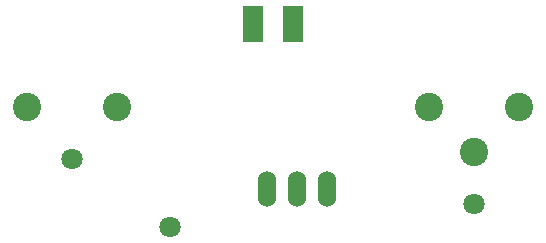
<source format=gtp>
G04 #@! TF.FileFunction,Paste,Top*
%FSLAX46Y46*%
G04 Gerber Fmt 4.6, Leading zero omitted, Abs format (unit mm)*
G04 Created by KiCad (PCBNEW 4.0.6) date 06/08/17 14:58:16*
%MOMM*%
%LPD*%
G01*
G04 APERTURE LIST*
%ADD10C,0.100000*%
%ADD11C,2.397760*%
%ADD12C,1.798320*%
%ADD13O,1.524000X3.048000*%
%ADD14R,1.778000X3.149600*%
G04 APERTURE END LIST*
D10*
D11*
X103810000Y-101000000D03*
X96190000Y-101000000D03*
D12*
X100000000Y-105447540D03*
X108249920Y-111160000D03*
D11*
X130190000Y-101000000D03*
X137810000Y-101000000D03*
X134000000Y-104810000D03*
D12*
X134000000Y-109255000D03*
D13*
X116460000Y-108000000D03*
X119000000Y-108000000D03*
X121540000Y-108000000D03*
D14*
X115285500Y-94000000D03*
X118714500Y-94000000D03*
M02*

</source>
